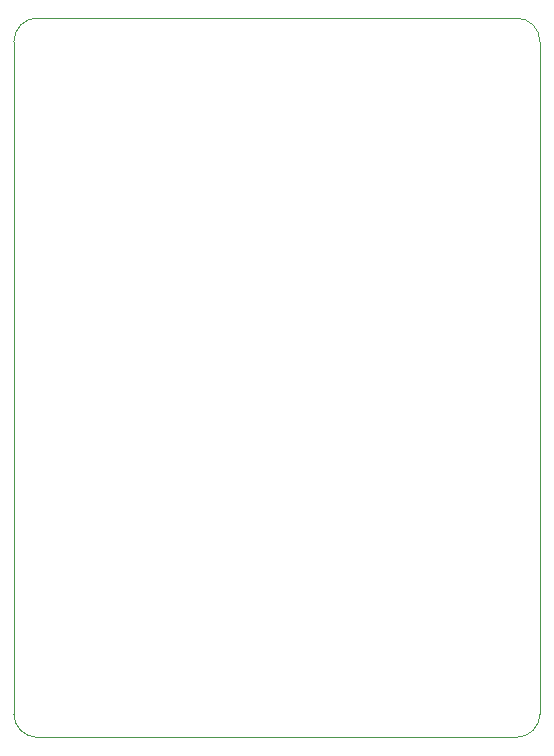
<source format=gbr>
%TF.GenerationSoftware,KiCad,Pcbnew,7.0.10*%
%TF.CreationDate,2024-06-09T22:37:06-03:00*%
%TF.ProjectId,level_translator_4ch,6c657665-6c5f-4747-9261-6e736c61746f,rev?*%
%TF.SameCoordinates,Original*%
%TF.FileFunction,Profile,NP*%
%FSLAX46Y46*%
G04 Gerber Fmt 4.6, Leading zero omitted, Abs format (unit mm)*
G04 Created by KiCad (PCBNEW 7.0.10) date 2024-06-09 22:37:06*
%MOMM*%
%LPD*%
G01*
G04 APERTURE LIST*
%TA.AperFunction,Profile*%
%ADD10C,0.100000*%
%TD*%
G04 APERTURE END LIST*
D10*
X118440200Y-130562600D02*
X118440200Y-73653400D01*
X160991800Y-132562600D02*
G75*
G03*
X162991800Y-130562600I0J2000000D01*
G01*
X162991800Y-73653400D02*
X162991800Y-130562600D01*
X162991800Y-73653400D02*
G75*
G03*
X160991800Y-71653400I-2000000J0D01*
G01*
X120440200Y-71653400D02*
X160991800Y-71653400D01*
X160991800Y-132562600D02*
X120440200Y-132562600D01*
X118440200Y-130562600D02*
G75*
G03*
X120440200Y-132562600I2000000J0D01*
G01*
X120440200Y-71653400D02*
G75*
G03*
X118440200Y-73653400I0J-2000000D01*
G01*
M02*

</source>
